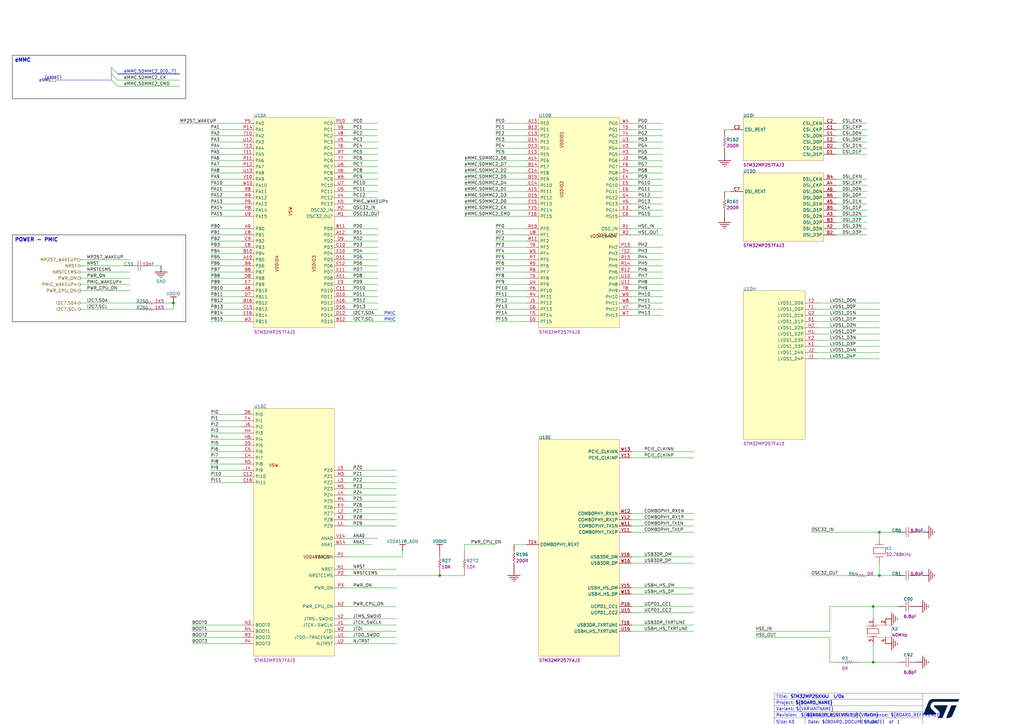
<source format=kicad_sch>
(kicad_sch (version 20250114) (generator "eeschema") (generator_version "9.0")
  (paper "A3")
  (title_block (title "STM32MP25XXAJ  I/Os") (date "Not used") (rev "Not used") (company "STMicroelectronics"))
  (bus_alias "eMMC" (members "SDMMC2_CK" "SDMMC2_CMD" "SDMMC2_D[0..7]"))
  (text "Revision:" (at 318.262 294.2082 0) (effects (font (size 1.27 1.27)) (justify left bottom)))
  (text "${BOARD_DOCUMENT_DATE}" (at 337.058 297.0022 0) (effects (font (size 1.27 1.27)) (justify left bottom)))
  (text "PMIC" (at 157.48 131.9022 0) (effects (font (size 1.27 1.27)) (justify left bottom)))
  (text "PMIC" (at 157.48 129.3622 0) (effects (font (size 1.27 1.27)) (justify left bottom)))
  (text "${#}" (at 361.188 297.0022 0) (effects (font (size 1.27 1.27)) (justify left bottom)))
  (text "Reference:" (at 354.33 294.2082 0) (effects (font (size 1.27 1.27)) (justify left bottom)))
  (text "A3" (at 323.342 297.0022 0) (effects (font (size 1.27 1.27)) (justify left bottom)))
  (text "Size:" (at 318.262 297.0022 0) (effects (font (size 1.27 1.27)) (justify left bottom)))
  (text "Project:" (at 318.262 289.1282 0) (effects (font (size 1.27 1.27)) (justify left bottom)))
  (text "${BOARD_ASSEMBLY_REVISION}" (at 330.962 294.2082 0) (effects (font (size 1.27 1.27)) (justify left bottom)))
  (text "-" (at 330.2 294.2082 0) (effects (font (size 1.27 1.27)) (justify left bottom)))
  (text "${BOARD_REFERENCE}" (at 365.252 294.2082 0) (effects (font (size 1.27 1.27)) (justify left bottom)))
  (text "Sheet:" (at 354.33 297.0022 0) (effects (font (size 1.27 1.27)) (justify left bottom)))
  (text "${BOARD_PCB_REVISION}" (at 328.422 294.2082 0) (effects (font (size 1.27 1.27)) (justify left bottom)))
  (text "Date:" (at 331.216 297.0022 0) (effects (font (size 1.27 1.27)) (justify left bottom)))
  (text "Variant:" (at 318.262 291.6682 0) (effects (font (size 1.27 1.27)) (justify left bottom)))
  (text "${VARIANTNAME}" (at 326.39 291.6682 0) (effects (font (size 1.27 1.27)) (justify left bottom)))
  (text "${TITLE}" (at 324.104 286.5882 0) (effects (font (size 1.27 1.27) (thickness 0.254) (bold yes)) (justify left bottom)))
  (text "of" (at 364.49 297.0022 0) (effects (font (size 1.27 1.27)) (justify left bottom)))
  (text "${BOARD_NAME}" (at 326.136 289.1282 0) (effects (font (size 1.27 1.27) (thickness 0.254) (bold yes)) (justify left bottom)))
  (text "Title:" (at 318.262 286.5882 0) (effects (font (size 1.27 1.27)) (justify left bottom)))
  (text "${##}" (at 367.792 297.0022 0) (effects (font (size 1.27 1.27)) (justify left bottom)))
  (text_box "eMMC\n\n" (at 76.2 22.6822 0) (size -71.12 17.78) (margins 0.9525 0.9525 0.9525 0.9525) (stroke (width 0) (color 0 0 0 1)) (effects (font (size 1.524 1.524) (thickness 0.3048) (bold yes)) (justify left top)))
  (text_box "POWER - PMIC\n\n" (at 76.2 96.3422 0) (size -71.12 35.56) (margins 0.9525 0.9525 0.9525 0.9525) (stroke (width 0) (color 0 0 0 1)) (effects (font (size 1.524 1.524) (thickness 0.3048) (bold yes)) (justify left top)))
  (junction (at 358.14 248.7422))
  (junction (at 358.14 271.6022))
  (junction (at 360.68 218.2622))
  (junction (at 360.68 236.0422))
  (junction (at 180.34 236.0422))
  (junction (at 71.12 124.2822))
  (bus_entry (at 48.26 32.8422) (size -2.54 -2.54))
  (bus_entry (at 48.26 30.3022) (size -2.54 -2.54))
  (bus_entry (at 48.26 35.3822) (size -2.54 -2.54))
  (wire (pts (xy 99.06 170.0022) (xy 86.36 170.0022)))
  (wire (pts (xy 215.9 114.1222) (xy 203.2 114.1222)))
  (wire (pts (xy 99.06 175.0822) (xy 86.36 175.0822)))
  (wire (pts (xy 342.9 83.6422) (xy 355.6 83.6422)))
  (wire (pts (xy 99.06 70.9422) (xy 86.36 70.9422)))
  (wire (pts (xy 142.24 228.4222) (xy 165.1 228.4222)))
  (wire (pts (xy 271.78 50.6222) (xy 259.08 50.6222)))
  (wire (pts (xy 99.06 81.1022) (xy 86.36 81.1022)))
  (wire (pts (xy 215.9 101.4222) (xy 203.2 101.4222)))
  (wire (pts (xy 190.5 225.8822) (xy 190.5 223.3422)))
  (wire (pts (xy 259.08 241.1222) (xy 284.48 241.1222)))
  (wire (pts (xy 342.9 76.0222) (xy 355.6 76.0222)))
  (wire (pts (xy 335.28 124.2822) (xy 360.68 124.2822)))
  (wire (pts (xy 271.78 55.7022) (xy 259.08 55.7022)))
  (wire (pts (xy 154.94 114.1222) (xy 142.24 114.1222)))
  (wire (pts (xy 99.06 258.9022) (xy 78.74 258.9022)))
  (wire (pts (xy 259.08 248.7422) (xy 284.48 248.7422)))
  (wire (pts (xy 162.56 192.8622) (xy 142.24 192.8622)))
  (wire (pts (xy 99.06 195.4022) (xy 86.36 195.4022)))
  (wire (pts (xy 271.78 73.4822) (xy 259.08 73.4822)))
  (wire (pts (xy 99.06 263.9822) (xy 78.74 263.9822)))
  (wire (pts (xy 358.14 236.0422) (xy 360.68 236.0422)))
  (wire (pts (xy 99.06 131.9022) (xy 86.36 131.9022)))
  (wire (pts (xy 33.02 116.6622) (xy 53.34 116.6622)))
  (wire (pts (xy 215.9 65.8622) (xy 190.5 65.8622)))
  (wire (pts (xy 358.14 263.9822) (xy 358.14 271.6022)))
  (wire (pts (xy 340.36 248.7422) (xy 340.36 258.9022)))
  (wire (pts (xy 360.68 218.2622) (xy 360.68 220.8022)))
  (wire (pts (xy 342.9 93.8022) (xy 355.6 93.8022)))
  (wire (pts (xy 215.9 96.3422) (xy 203.2 96.3422)))
  (wire (pts (xy 353.06 271.6022) (xy 358.14 271.6022)))
  (wire (pts (xy 215.9 109.0422) (xy 203.2 109.0422)))
  (wire (pts (xy 162.56 131.9022) (xy 142.24 131.9022)))
  (wire (pts (xy 271.78 60.7822) (xy 259.08 60.7822)))
  (wire (pts (xy 99.06 83.6422) (xy 86.36 83.6422)))
  (wire (pts (xy 154.94 68.4022) (xy 142.24 68.4022)))
  (wire (pts (xy 154.94 96.3422) (xy 142.24 96.3422)))
  (wire (pts (xy 99.06 101.4222) (xy 86.36 101.4222)))
  (wire (pts (xy 48.26 32.8422) (xy 73.66 32.8422)))
  (wire (pts (xy 271.78 103.9622) (xy 259.08 103.9622)))
  (wire (pts (xy 342.9 53.1622) (xy 355.6 53.1622)))
  (wire (pts (xy 215.9 81.1022) (xy 190.5 81.1022)))
  (wire (pts (xy 33.02 124.2822) (xy 55.88 124.2822)))
  (bus (pts (xy 45.72 30.3022) (xy 45.72 27.7622)) (stroke (width 0.508) (color 173 188 231 1)))
  (bus (pts (xy 45.72 32.8422) (xy 45.72 30.3022)) (stroke (width 0.508) (color 173 188 231 1)))
  (wire (pts (xy 259.08 230.9622) (xy 284.48 230.9622)))
  (wire (pts (xy 335.28 144.6022) (xy 360.68 144.6022)))
  (wire (pts (xy 154.94 119.2022) (xy 142.24 119.2022)))
  (wire (pts (xy 162.56 241.1222) (xy 142.24 241.1222)))
  (wire (pts (xy 60.96 109.0422) (xy 66.04 109.0422)))
  (wire (pts (xy 259.08 251.2822) (xy 284.48 251.2822)))
  (wire (pts (xy 342.9 81.1022) (xy 355.6 81.1022)))
  (wire (pts (xy 99.06 129.3622) (xy 86.36 129.3622)))
  (polyline (pts (xy 393.7 284.3022) (xy 317.5 284.3022)) (stroke (width 0.0254) (type solid) (color 0 0 0 1)))
  (wire (pts (xy 342.9 60.7822) (xy 355.6 60.7822)))
  (wire (pts (xy 99.06 187.7822) (xy 86.36 187.7822)))
  (wire (pts (xy 142.24 253.8222) (xy 162.56 253.8222)))
  (wire (pts (xy 360.68 218.2622) (xy 368.3 218.2622)))
  (wire (pts (xy 215.9 76.0222) (xy 190.5 76.0222)))
  (wire (pts (xy 215.9 121.7422) (xy 203.2 121.7422)))
  (polyline (pts (xy 353.06 291.9222) (xy 353.06 297.0022)) (stroke (width 0.0254) (type solid) (color 0 0 0 1)))
  (wire (pts (xy 271.78 124.2822) (xy 259.08 124.2822)))
  (wire (pts (xy 154.94 63.3222) (xy 142.24 63.3222)))
  (wire (pts (xy 215.9 93.8022) (xy 203.2 93.8022)))
  (polyline (pts (xy 378.46 284.3022) (xy 378.46 297.0022)) (stroke (width 0.0254) (type solid) (color 0 0 0 1)))
  (wire (pts (xy 165.1 228.4222) (xy 165.1 225.8822)))
  (wire (pts (xy 360.68 236.0422) (xy 368.3 236.0422)))
  (wire (pts (xy 154.94 109.0422) (xy 142.24 109.0422)))
  (wire (pts (xy 154.94 78.5622) (xy 142.24 78.5622)))
  (wire (pts (xy 368.3 248.7422) (xy 358.14 248.7422)))
  (wire (pts (xy 342.9 50.6222) (xy 355.6 50.6222)))
  (wire (pts (xy 99.06 256.3622) (xy 78.74 256.3622)))
  (wire (pts (xy 215.9 53.1622) (xy 203.2 53.1622)))
  (wire (pts (xy 154.94 50.6222) (xy 142.24 50.6222)))
  (wire (pts (xy 99.06 126.8222) (xy 86.36 126.8222)))
  (wire (pts (xy 154.94 116.6622) (xy 142.24 116.6622)))
  (wire (pts (xy 342.9 73.4822) (xy 355.6 73.4822)))
  (wire (pts (xy 154.94 106.5022) (xy 142.24 106.5022)))
  (wire (pts (xy 215.9 119.2022) (xy 203.2 119.2022)))
  (wire (pts (xy 335.28 129.3622) (xy 360.68 129.3622)))
  (wire (pts (xy 215.9 131.9022) (xy 203.2 131.9022)))
  (wire (pts (xy 375.92 236.0422) (xy 378.46 236.0422)))
  (wire (pts (xy 342.9 78.5622) (xy 355.6 78.5622)))
  (wire (pts (xy 259.08 187.7822) (xy 284.48 187.7822)))
  (wire (pts (xy 271.78 126.8222) (xy 259.08 126.8222)))
  (wire (pts (xy 162.56 248.7422) (xy 142.24 248.7422)))
  (wire (pts (xy 99.06 116.6622) (xy 86.36 116.6622)))
  (wire (pts (xy 142.24 88.7222) (xy 154.94 88.7222)))
  (wire (pts (xy 335.28 126.8222) (xy 360.68 126.8222)))
  (wire (pts (xy 259.08 93.8022) (xy 271.78 93.8022)))
  (wire (pts (xy 271.78 81.1022) (xy 259.08 81.1022)))
  (wire (pts (xy 215.9 50.6222) (xy 203.2 50.6222)))
  (wire (pts (xy 33.02 109.0422) (xy 53.34 109.0422)))
  (wire (pts (xy 271.78 68.4022) (xy 259.08 68.4022)))
  (wire (pts (xy 215.9 60.7822) (xy 203.2 60.7822)))
  (wire (pts (xy 99.06 98.8822) (xy 86.36 98.8822)))
  (wire (pts (xy 99.06 180.1622) (xy 86.36 180.1622)))
  (wire (pts (xy 215.9 86.1822) (xy 190.5 86.1822)))
  (wire (pts (xy 154.94 126.8222) (xy 142.24 126.8222)))
  (wire (pts (xy 142.24 263.9822) (xy 162.56 263.9822)))
  (wire (pts (xy 99.06 53.1622) (xy 86.36 53.1622)))
  (wire (pts (xy 335.28 139.5222) (xy 360.68 139.5222)))
  (wire (pts (xy 335.28 131.9022) (xy 360.68 131.9022)))
  (wire (pts (xy 259.08 210.6422) (xy 284.48 210.6422)))
  (wire (pts (xy 259.08 218.2622) (xy 284.48 218.2622)))
  (wire (pts (xy 99.06 50.6222) (xy 73.66 50.6222)))
  (wire (pts (xy 271.78 53.1622) (xy 259.08 53.1622)))
  (wire (pts (xy 215.9 68.4022) (xy 190.5 68.4022)))
  (wire (pts (xy 271.78 76.0222) (xy 259.08 76.0222)))
  (wire (pts (xy 215.9 88.7222) (xy 190.5 88.7222)))
  (wire (pts (xy 215.9 58.2422) (xy 203.2 58.2422)))
  (wire (pts (xy 99.06 96.3422) (xy 86.36 96.3422)))
  (wire (pts (xy 99.06 68.4022) (xy 86.36 68.4022)))
  (wire (pts (xy 99.06 119.2022) (xy 86.36 119.2022)))
  (wire (pts (xy 99.06 182.7022) (xy 86.36 182.7022)))
  (wire (pts (xy 142.24 236.0422) (xy 180.34 236.0422)))
  (wire (pts (xy 99.06 172.5422) (xy 86.36 172.5422)))
  (wire (pts (xy 99.06 86.1822) (xy 86.36 86.1822)))
  (wire (pts (xy 332.74 218.2622) (xy 360.68 218.2622)))
  (wire (pts (xy 259.08 243.6622) (xy 284.48 243.6622)))
  (wire (pts (xy 162.56 205.5622) (xy 142.24 205.5622)))
  (wire (pts (xy 99.06 111.5822) (xy 86.36 111.5822)))
  (wire (pts (xy 99.06 78.5622) (xy 86.36 78.5622)))
  (wire (pts (xy 154.94 111.5822) (xy 142.24 111.5822)))
  (wire (pts (xy 271.78 119.2022) (xy 259.08 119.2022)))
  (polyline (pts (xy 317.5 289.3822) (xy 378.46 289.3822)) (stroke (width 0.0254) (type solid) (color 0 0 0 1)))
  (wire (pts (xy 48.26 35.3822) (xy 73.66 35.3822)))
  (wire (pts (xy 154.94 121.7422) (xy 142.24 121.7422)))
  (wire (pts (xy 154.94 73.4822) (xy 142.24 73.4822)))
  (wire (pts (xy 375.92 218.2622) (xy 378.46 218.2622)))
  (wire (pts (xy 33.02 114.1222) (xy 53.34 114.1222)))
  (wire (pts (xy 154.94 55.7022) (xy 142.24 55.7022)))
  (wire (pts (xy 99.06 121.7422) (xy 86.36 121.7422)))
  (wire (pts (xy 271.78 109.0422) (xy 259.08 109.0422)))
  (wire (pts (xy 299.72 53.1622) (xy 297.18 53.1622)))
  (wire (pts (xy 215.9 70.9422) (xy 190.5 70.9422)))
  (wire (pts (xy 342.9 58.2422) (xy 355.6 58.2422)))
  (wire (pts (xy 215.9 106.5022) (xy 203.2 106.5022)))
  (wire (pts (xy 342.9 96.3422) (xy 355.6 96.3422)))
  (wire (pts (xy 99.06 60.7822) (xy 86.36 60.7822)))
  (wire (pts (xy 271.78 106.5022) (xy 259.08 106.5022)))
  (wire (pts (xy 154.94 98.8822) (xy 142.24 98.8822)))
  (wire (pts (xy 99.06 93.8022) (xy 86.36 93.8022)))
  (wire (pts (xy 154.94 103.9622) (xy 142.24 103.9622)))
  (wire (pts (xy 33.02 126.8222) (xy 55.88 126.8222)))
  (wire (pts (xy 154.94 53.1622) (xy 142.24 53.1622)))
  (wire (pts (xy 271.78 129.3622) (xy 259.08 129.3622)))
  (wire (pts (xy 271.78 65.8622) (xy 259.08 65.8622)))
  (wire (pts (xy 340.36 258.9022) (xy 309.88 258.9022)))
  (polyline (pts (xy 330.2 294.4622) (xy 330.2 297.0022)) (stroke (width 0.0254) (type solid) (color 0 0 0 1)))
  (wire (pts (xy 215.9 116.6622) (xy 203.2 116.6622)))
  (wire (pts (xy 271.78 116.6622) (xy 259.08 116.6622)))
  (wire (pts (xy 271.78 111.5822) (xy 259.08 111.5822)))
  (wire (pts (xy 162.56 195.4022) (xy 142.24 195.4022)))
  (wire (pts (xy 99.06 65.8622) (xy 86.36 65.8622)))
  (wire (pts (xy 271.78 101.4222) (xy 259.08 101.4222)))
  (polyline (pts (xy 317.5 291.9222) (xy 378.46 291.9222)) (stroke (width 0.0254) (type solid) (color 0 0 0 1)))
  (polyline (pts (xy 317.5 294.4622) (xy 378.46 294.4622)) (stroke (width 0.0254) (type solid) (color 0 0 0 1)))
  (wire (pts (xy 142.24 223.3422) (xy 152.4 223.3422)))
  (wire (pts (xy 162.56 210.6422) (xy 142.24 210.6422)))
  (wire (pts (xy 99.06 103.9622) (xy 86.36 103.9622)))
  (wire (pts (xy 215.9 103.9622) (xy 203.2 103.9622)))
  (wire (pts (xy 162.56 200.4822) (xy 142.24 200.4822)))
  (wire (pts (xy 154.94 65.8622) (xy 142.24 65.8622)))
  (wire (pts (xy 142.24 261.4422) (xy 162.56 261.4422)))
  (wire (pts (xy 342.9 55.7022) (xy 355.6 55.7022)))
  (wire (pts (xy 154.94 70.9422) (xy 142.24 70.9422)))
  (wire (pts (xy 340.36 261.4422) (xy 309.88 261.4422)))
  (wire (pts (xy 33.02 111.5822) (xy 53.34 111.5822)))
  (wire (pts (xy 271.78 114.1222) (xy 259.08 114.1222)))
  (wire (pts (xy 332.74 236.0422) (xy 347.98 236.0422)))
  (wire (pts (xy 162.56 129.3622) (xy 142.24 129.3622)))
  (wire (pts (xy 259.08 215.7222) (xy 284.48 215.7222)))
  (wire (pts (xy 99.06 197.9422) (xy 86.36 197.9422)))
  (wire (pts (xy 99.06 55.7022) (xy 86.36 55.7022)))
  (wire (pts (xy 210.82 223.3422) (xy 215.9 223.3422)))
  (wire (pts (xy 99.06 88.7222) (xy 86.36 88.7222)))
  (wire (pts (xy 33.02 106.5022) (xy 53.34 106.5022)))
  (wire (pts (xy 342.9 271.6022) (xy 340.36 271.6022)))
  (wire (pts (xy 358.14 271.6022) (xy 368.3 271.6022)))
  (wire (pts (xy 299.72 78.5622) (xy 297.18 78.5622)))
  (wire (pts (xy 271.78 58.2422) (xy 259.08 58.2422)))
  (wire (pts (xy 335.28 142.0622) (xy 360.68 142.0622)))
  (wire (pts (xy 142.24 256.3622) (xy 162.56 256.3622)))
  (wire (pts (xy 335.28 134.4422) (xy 360.68 134.4422)))
  (wire (pts (xy 259.08 228.4222) (xy 284.48 228.4222)))
  (wire (pts (xy 271.78 83.6422) (xy 259.08 83.6422)))
  (wire (pts (xy 162.56 213.1822) (xy 142.24 213.1822)))
  (wire (pts (xy 342.9 88.7222) (xy 355.6 88.7222)))
  (wire (pts (xy 271.78 63.3222) (xy 259.08 63.3222)))
  (bus (pts (xy 48.26 30.3022) (xy 73.66 30.3022)) (stroke (width 0.254)))
  (wire (pts (xy 162.56 203.0222) (xy 142.24 203.0222)))
  (wire (pts (xy 271.78 70.9422) (xy 259.08 70.9422)))
  (wire (pts (xy 99.06 76.0222) (xy 86.36 76.0222)))
  (wire (pts (xy 99.06 124.2822) (xy 86.36 124.2822)))
  (wire (pts (xy 99.06 63.3222) (xy 86.36 63.3222)))
  (wire (pts (xy 99.06 73.4822) (xy 86.36 73.4822)))
  (wire (pts (xy 99.06 106.5022) (xy 86.36 106.5022)))
  (wire (pts (xy 259.08 213.1822) (xy 284.48 213.1822)))
  (wire (pts (xy 99.06 58.2422) (xy 86.36 58.2422)))
  (wire (pts (xy 358.14 248.7422) (xy 340.36 248.7422)))
  (wire (pts (xy 99.06 185.2422) (xy 86.36 185.2422)))
  (wire (pts (xy 259.08 96.3422) (xy 271.78 96.3422)))
  (wire (pts (xy 215.9 111.5822) (xy 203.2 111.5822)))
  (wire (pts (xy 271.78 78.5622) (xy 259.08 78.5622)))
  (wire (pts (xy 162.56 215.7222) (xy 142.24 215.7222)))
  (wire (pts (xy 215.9 73.4822) (xy 190.5 73.4822)))
  (wire (pts (xy 360.68 230.9622) (xy 360.68 236.0422)))
  (wire (pts (xy 162.56 208.1022) (xy 142.24 208.1022)))
  (wire (pts (xy 142.24 258.9022) (xy 162.56 258.9022)))
  (wire (pts (xy 215.9 78.5622) (xy 190.5 78.5622)))
  (wire (pts (xy 215.9 124.2822) (xy 203.2 124.2822)))
  (wire (pts (xy 215.9 63.3222) (xy 203.2 63.3222)))
  (wire (pts (xy 342.9 91.2622) (xy 355.6 91.2622)))
  (wire (pts (xy 259.08 256.3622) (xy 284.48 256.3622)))
  (wire (pts (xy 99.06 192.8622) (xy 86.36 192.8622)))
  (wire (pts (xy 190.5 223.3422) (xy 203.2 223.3422)))
  (wire (pts (xy 142.24 220.8022) (xy 154.94 220.8022)))
  (wire (pts (xy 154.94 76.0222) (xy 142.24 76.0222)))
  (wire (pts (xy 271.78 121.7422) (xy 259.08 121.7422)))
  (wire (pts (xy 154.94 83.6422) (xy 142.24 83.6422)))
  (wire (pts (xy 154.94 58.2422) (xy 142.24 58.2422)))
  (wire (pts (xy 215.9 126.8222) (xy 203.2 126.8222)))
  (wire (pts (xy 99.06 190.3222) (xy 86.36 190.3222)))
  (wire (pts (xy 180.34 236.0422) (xy 190.5 236.0422)))
  (wire (pts (xy 71.12 126.8222) (xy 71.12 124.2822)))
  (wire (pts (xy 99.06 177.6222) (xy 86.36 177.6222)))
  (wire (pts (xy 259.08 258.9022) (xy 284.48 258.9022)))
  (wire (pts (xy 154.94 124.2822) (xy 142.24 124.2822)))
  (wire (pts (xy 215.9 98.8822) (xy 203.2 98.8822)))
  (polyline (pts (xy 378.46 286.8422) (xy 317.5 286.8422)) (stroke (width 0.0254) (type solid) (color 0 0 0 1)))
  (wire (pts (xy 340.36 271.6022) (xy 340.36 261.4422)))
  (wire (pts (xy 99.06 114.1222) (xy 86.36 114.1222)))
  (wire (pts (xy 162.56 233.5022) (xy 142.24 233.5022)))
  (wire (pts (xy 142.24 86.1822) (xy 154.94 86.1822)))
  (wire (pts (xy 154.94 60.7822) (xy 142.24 60.7822)))
  (wire (pts (xy 271.78 86.1822) (xy 259.08 86.1822)))
  (wire (pts (xy 162.56 197.9422) (xy 142.24 197.9422)))
  (wire (pts (xy 99.06 261.4422) (xy 78.74 261.4422)))
  (wire (pts (xy 271.78 88.7222) (xy 259.08 88.7222)))
  (bus (pts (xy 22.86 32.8422) (xy 45.72 32.8422)) (stroke (width 0.508) (color 173 188 231 1)))
  (wire (pts (xy 154.94 81.1022) (xy 142.24 81.1022)))
  (wire (pts (xy 66.04 126.8222) (xy 71.12 126.8222)))
  (wire (pts (xy 71.12 124.2822) (xy 66.04 124.2822)))
  (wire (pts (xy 154.94 101.4222) (xy 142.24 101.4222)))
  (wire (pts (xy 154.94 93.8022) (xy 142.24 93.8022)))
  (polyline (pts (xy 317.5 284.3022) (xy 317.5 297.0022)) (stroke (width 0.0254) (type solid) (color 0 0 0 1)))
  (wire (pts (xy 215.9 55.7022) (xy 203.2 55.7022)))
  (wire (pts (xy 358.14 253.8222) (xy 358.14 248.7422)))
  (wire (pts (xy 342.9 63.3222) (xy 355.6 63.3222)))
  (wire (pts (xy 215.9 83.6422) (xy 190.5 83.6422)))
  (wire (pts (xy 99.06 109.0422) (xy 86.36 109.0422)))
  (wire (pts (xy 215.9 129.3622) (xy 203.2 129.3622)))
  (wire (pts (xy 335.28 136.9822) (xy 360.68 136.9822)))
  (wire (pts (xy 335.28 147.1422) (xy 360.68 147.1422)))
  (wire (pts (xy 259.08 185.2422) (xy 284.48 185.2422)))
  (wire (pts (xy 342.9 86.1822) (xy 355.6 86.1822)))
  (wire (pts (xy 53.34 119.2022) (xy 33.02 119.2022)))
  (image (at 386.042 290.6347) (scale 0.0686606))
  (label "eMMC.SDMMC2_D5" (at 190.5 73.4822 0))
  (label "PA14" (at 86.36 86.1822 0))
  (label "PH10" (at 261.62 121.7422 0))
  (label "PD2" (at 144.78 98.8822 0))
  (label "PB13" (at 86.36 126.8222 0))
  (label "PH5" (at 261.62 109.0422 0))
  (label "PG14" (at 261.62 86.1822 0))
  (label "UCPD1_CC1" (at 264.16 248.7422 0))
  (label "PF8" (at 203.2 114.1222 0))
  (label "USB3DR_TXRTUNE" (at 264.16 256.3622 0))
  (label "PB10" (at 86.36 119.2022 0))
  (label "eMMC.SDMMC2_CK" (at 50.8 32.8422 0))
  (label "PC4" (at 144.78 60.7822 0))
  (label "PE4" (at 203.2 60.7822 0))
  (label "PA3" (at 86.36 58.2422 0))
  (label "eMMC.SDMMC2_CK" (at 190.5 86.1822 0))
  (label "PZ0" (at 144.78 192.8622 0))
  (label "PA15" (at 86.36 88.7222 0))
  (label "PZ6" (at 144.78 208.1022 0))
  (label "PG9" (at 261.62 73.4822 0))
  (label "eMMC.SDMMC2_D6" (at 190.5 65.8622 0))
  (label "{eMMC}" (at 25.4 32.8422 180))
  (label "PA2" (at 86.36 55.7022 0))
  (label "PF5" (at 203.2 106.5022 0))
  (label "I2C7.SCL" (at 144.78 131.9022 0))
  (label "USB3DR_DM" (at 264.16 228.4222 0))
  (label "PB3" (at 86.36 101.4222 0))
  (label "PG0" (at 261.62 50.6222 0))
  (label "PCIE_CLKINP" (at 264.16 187.7822 0))
  (label "PC10" (at 144.78 76.0222 0))
  (label "PC12" (at 144.78 81.1022 0))
  (label "PB1" (at 86.36 96.3422 0))
  (label "JTDO_SWDO" (at 144.78 261.4422 0))
  (label "PG5" (at 261.62 63.3222 0))
  (label "DSI_CKP" (at 345.44 76.0222 0))
  (label "USBH_HS_DM" (at 264.16 241.1222 0))
  (label "LVDS1_D1N" (at 340.36 129.3622 0))
  (label "PG11" (at 261.62 78.5622 0))
  (label "PC0" (at 144.78 50.6222 0))
  (label "eMMC.SDMMC2_D2" (at 190.5 70.9422 0))
  (label "PD11" (at 144.78 121.7422 0))
  (label "PB4" (at 86.36 103.9622 0))
  (label "PB7" (at 86.36 111.5822 0))
  (label "MP257_WAKEUP" (at 73.66 50.6222 0))
  (label "ANA1" (at 144.78 223.3422 0))
  (label "LVDS1_D2N" (at 340.36 134.4422 0))
  (label "I2C7.SDA" (at 144.78 129.3622 0))
  (label "PZ9" (at 144.78 215.7222 0))
  (label "PF6" (at 203.2 109.0422 0))
  (label "PI2" (at 86.36 175.0822 0))
  (label "USB3DR_DP" (at 264.16 230.9622 0))
  (label "PZ8" (at 144.78 213.1822 0))
  (label "PG2" (at 261.62 55.7022 0))
  (label "eMMC.SDMMC2_CMD" (at 50.8 35.3822 0))
  (label "PI7" (at 86.36 187.7822 0))
  (label "PD1" (at 144.78 96.3422 0))
  (label "PE0" (at 203.2 50.6222 0))
  (label "PWR_ON" (at 144.78 241.1222 0))
  (label "PC5" (at 144.78 63.3222 0))
  (label "MP257_WAKEUP" (at 35.56 106.5022 0))
  (label "DSI_D3N" (at 345.44 93.8022 0))
  (label "PC2" (at 144.78 55.7022 0))
  (label "PD7" (at 144.78 111.5822 0))
  (label "DSI_CKN" (at 345.44 73.4822 0))
  (label "PI8" (at 86.36 190.3222 0))
  (label "PA1" (at 86.36 53.1622 0))
  (label "PA11" (at 86.36 78.5622 0))
  (label "COMBOPHY_RX1N" (at 264.16 210.6422 0))
  (label "PD3" (at 144.78 101.4222 0))
  (label "PWR_CPU_ON" (at 193.04 223.3422 0))
  (label "PB11" (at 86.36 121.7422 0))
  (label "eMMC.SDMMC2_D[0..7]" (at 50.8 30.3022 0))
  (label "HSE_IN" (at 261.62 93.8022 0))
  (label "HSE_OUT" (at 261.62 96.3422 0))
  (label "PH13" (at 261.62 129.3622 0))
  (label "LVDS1_D3N" (at 340.36 139.5222 0))
  (label "PZ2" (at 144.78 197.9422 0))
  (label "BOOT1" (at 78.74 258.9022 0))
  (label "LVDS1_D2P" (at 340.36 136.9822 0))
  (label "OSC32_OUT" (at 332.74 236.0422 0))
  (label "PG10" (at 261.62 76.0222 0))
  (label "PG7" (at 261.62 68.4022 0))
  (label "LVDS1_D0P" (at 340.36 126.8222 0))
  (label "PH4" (at 261.62 106.5022 0))
  (label "PC11" (at 144.78 78.5622 0))
  (label "PG3" (at 261.62 58.2422 0))
  (label "PG15" (at 261.62 88.7222 0))
  (label "PI0" (at 86.36 170.0022 0))
  (label "PI3" (at 86.36 177.6222 0))
  (label "PG4" (at 261.62 60.7822 0))
  (label "LVDS1_D3P" (at 340.36 142.0622 0))
  (label "PH11" (at 261.62 124.2822 0))
  (label "PD8" (at 144.78 114.1222 0))
  (label "I2C7.SDA" (at 35.56 124.2822 0))
  (label "PF0" (at 203.2 93.8022 0))
  (label "NJTRST" (at 144.78 263.9822 0))
  (label "DSI_D2P" (at 345.44 91.2622 0))
  (label "LVDS1_D1P" (at 340.36 131.9022 0))
  (label "PC3" (at 144.78 58.2422 0))
  (label "PZ7" (at 144.78 210.6422 0))
  (label "PI11" (at 86.36 197.9422 0))
  (label "eMMC.SDMMC2_D3" (at 190.5 81.1022 0))
  (label "PF1" (at 203.2 96.3422 0))
  (label "PF12" (at 203.2 124.2822 0))
  (label "DSI_D0P" (at 345.44 81.1022 0))
  (label "PE5" (at 203.2 63.3222 0))
  (label "PB2" (at 86.36 98.8822 0))
  (label "PMIC_WAKEUPn" (at 35.56 116.6622 0))
  (label "JTMS_SWDIO" (at 144.78 253.8222 0))
  (label "PF10" (at 203.2 119.2022 0))
  (label "CSI_CKN" (at 345.44 50.6222 0))
  (label "PC8" (at 144.78 70.9422 0))
  (label "PB0" (at 86.36 93.8022 0))
  (label "PWR_CPU_ON" (at 35.56 119.2022 0))
  (label "OSC32_IN" (at 332.74 218.2622 0))
  (label "PH6" (at 261.62 111.5822 0))
  (label "OSC32_IN" (at 144.78 86.1822 0))
  (label "ANA0" (at 144.78 220.8022 0))
  (label "DSI_D1N" (at 345.44 83.6422 0))
  (label "PG12" (at 261.62 81.1022 0))
  (label "PB12" (at 86.36 124.2822 0))
  (label "LVDS1_D4N" (at 340.36 144.6022 0))
  (label "PD0" (at 144.78 93.8022 0))
  (label "PF15" (at 203.2 131.9022 0))
  (label "USBH_HS_DP" (at 264.16 243.6622 0))
  (label "PMIC_WAKEUPn" (at 144.78 83.6422 0))
  (label "PA6" (at 86.36 65.8622 0))
  (label "PB8" (at 86.36 114.1222 0))
  (label "BOOT2" (at 78.74 261.4422 0))
  (label "PI6" (at 86.36 185.2422 0))
  (label "PB15" (at 86.36 131.9022 0))
  (label "eMMC.SDMMC2_D7" (at 190.5 68.4022 0))
  (label "eMMC.SDMMC2_CMD" (at 190.5 88.7222 0))
  (label "PI1" (at 86.36 172.5422 0))
  (label "COMBOPHY_RX1P" (at 264.16 213.1822 0))
  (label "PA4" (at 86.36 60.7822 0))
  (label "USBH_HS_TXRTUNE" (at 264.16 258.9022 0))
  (label "PD12" (at 144.78 124.2822 0))
  (label "DSI_D2N" (at 345.44 88.7222 0))
  (label "COMBOPHY_TX1N" (at 264.16 215.7222 0))
  (label "PF11" (at 203.2 121.7422 0))
  (label "NRSTC1MS" (at 144.78 236.0422 0))
  (label "PZ4" (at 144.78 203.0222 0))
  (label "PD9" (at 144.78 116.6622 0))
  (label "PA10" (at 86.36 76.0222 0))
  (label "PB5" (at 86.36 106.5022 0))
  (label "CSI_D1P" (at 345.44 63.3222 0))
  (label "PF14" (at 203.2 129.3622 0))
  (label "JTDI" (at 144.78 258.9022 0))
  (label "PH2" (at 261.62 101.4222 0))
  (label "PH9" (at 261.62 119.2022 0))
  (label "CSI_CKP" (at 345.44 53.1622 0))
  (label "PZ1" (at 144.78 195.4022 0))
  (label "PG13" (at 261.62 83.6422 0))
  (label "PC9" (at 144.78 73.4822 0))
  (label "PF7" (at 203.2 111.5822 0))
  (label "PC1" (at 144.78 53.1622 0))
  (label "eMMC.SDMMC2_D1" (at 190.5 78.5622 0))
  (label "eMMC.SDMMC2_D0" (at 190.5 83.6422 0))
  (label "PA7" (at 86.36 68.4022 0))
  (label "PG1" (at 261.62 53.1622 0))
  (label "PF2" (at 203.2 98.8822 0))
  (label "LVDS1_D4P" (at 340.36 147.1422 0))
  (label "PC6" (at 144.78 65.8622 0))
  (label "PB6" (at 86.36 109.0422 0))
  (label "PI10" (at 86.36 195.4022 0))
  (label "BOOT0" (at 78.74 256.3622 0))
  (label "OSC32_OUT" (at 144.78 88.7222 0))
  (label "PB9" (at 86.36 116.6622 0))
  (label "PA13" (at 86.36 83.6422 0))
  (label "PI4" (at 86.36 180.1622 0))
  (label "PZ5" (at 144.78 205.5622 0))
  (label "PCIE_CLKINN" (at 264.16 185.2422 0))
  (label "NRST" (at 144.78 233.5022 0))
  (label "DSI_D1P" (at 345.44 86.1822 0))
  (label "CSI_D1N" (at 345.44 60.7822 0))
  (label "PG8" (at 261.62 70.9422 0))
  (label "PWR_ON" (at 35.56 114.1222 0))
  (label "PA8" (at 86.36 70.9422 0))
  (label "PF13" (at 203.2 126.8222 0))
  (label "PA9" (at 86.36 73.4822 0))
  (label "CSI_D0N" (at 345.44 55.7022 0))
  (label "PG6" (at 261.62 65.8622 0))
  (label "I2C7.SCL" (at 35.56 126.8222 0))
  (label "PD13" (at 144.78 126.8222 0))
  (label "PC7" (at 144.78 68.4022 0))
  (label "PH3" (at 261.62 103.9622 0))
  (label "PD6" (at 144.78 109.0422 0))
  (label "PD4" (at 144.78 103.9622 0))
  (label "PF3" (at 203.2 101.4222 0))
  (label "PE2" (at 203.2 55.7022 0))
  (label "PWR_CPU_ON" (at 144.78 248.7422 0))
  (label "PD5" (at 144.78 106.5022 0))
  (label "eMMC.SDMMC2_D4" (at 190.5 76.0222 0))
  (label "PZ3" (at 144.78 200.4822 0))
  (label "PA12" (at 86.36 81.1022 0))
  (label "HSE_OUT" (at 309.88 261.4422 0))
  (label "PE1" (at 203.2 53.1622 0))
  (label "PA5" (at 86.36 63.3222 0))
  (label "CSI_D0P" (at 345.44 58.2422 0))
  (label "DSI_D3P" (at 345.44 96.3422 0))
  (label "NRST" (at 35.56 109.0422 0))
  (label "PE3" (at 203.2 58.2422 0))
  (label "PF4" (at 203.2 103.9622 0))
  (label "UCPD1_CC2" (at 264.16 251.2822 0))
  (label "PI9" (at 86.36 192.8622 0))
  (label "PB14" (at 86.36 129.3622 0))
  (label "HSE_IN" (at 309.88 258.9022 0))
  (label "PH8" (at 261.62 116.6622 0))
  (label "PD10" (at 144.78 119.2022 0))
  (label "JTCK_SWCLK" (at 144.78 256.3622 0))
  (label "DSI_D0N" (at 345.44 78.5622 0))
  (label "PH12" (at 261.62 126.8222 0))
  (label "PH7" (at 261.62 114.1222 0))
  (label "PF9" (at 203.2 116.6622 0))
  (label "LVDS1_D0N" (at 340.36 124.2822 0))
  (label "NRSTC1MS" (at 35.56 111.5822 0))
  (label "COMBOPHY_TX1P" (at 264.16 218.2622 0))
  (label "PI5" (at 86.36 182.7022 0))
  (label "BOOT3" (at 78.74 263.9822 0))
  (hierarchical_label "I2C7.SCL" (shape output) (at 33.02 126.8222 180))
  (hierarchical_label "I2C7.SDA" (shape bidirectional) (at 33.02 124.2822 180))
  (hierarchical_label "PWR_CPU_ON" (shape output) (at 33.02 119.2022 180))
  (hierarchical_label "NRST" (shape bidirectional) (at 33.02 109.0422 180))
  (hierarchical_label "NRSTC1MS" (shape bidirectional) (at 33.02 111.5822 180))
  (hierarchical_label "PWR_ON" (shape output) (at 33.02 114.1222 180))
  (hierarchical_label "eMMC" (shape passive) (at 22.86 32.8422 180))
  (hierarchical_label "MP257_WAKEUP" (shape input) (at 33.02 106.5022 180))
  (hierarchical_label "PMIC_WAKEUPn" (shape output) (at 33.02 116.6622 180))
  (symbol (lib_id "MCD_PARTS_database:U_STM32MP25XXAJ I_Os_0_IC_STM32MP257FAJ3_MCD_PARTS_database.DbLib_0") (at 304.8 48.0822 0) (unit 9)
    (property "Reference" "U10" (at 304.8 48.0822 0) (effects (justify left bottom)))
    (property "Value" "IC_STM32MP257FAJ3" (effects (hide yes)))
    (property "Footprint" "ICC_TFBGA361_16X16_P080" (effects (hide yes)))
    (property "Description" "MPU, Dual Core ARM cortex-A35 64-bit + M33 32-bit,  808KB SRAM, With Crypto" (effects (hide yes)))
    (property "INTERNAL_PART_NUMBER" "MCD-04441" (effects (hide yes)))
    (property "ALTIUM_VALUE" "STM32MP257FAJ3" (at 304.8 68.4022 0) (effects (justify left bottom)))
    (property "STATUS" "Checked" (effects (hide yes)))
    (property "PART_TYPE" "IC" (effects (hide yes)))
    (property "PART_PREFERENCE" "Recommended" (effects (hide yes)))
    (property "MANUFACTURER" "STMICROELECTRONICS" (effects (hide yes)))
    (property "MANUFACTURER_PART_NUMBER" "STM32MP257FAJ3" (effects (hide yes)))
    (property "PACKAGE" "TFBGA361" (effects (hide yes)))
    (property "COMPONENTLINK1URL" "http://tunmcdsvn.tun.st.com/Component_Documentation_Library/Trunk/IC/STMICROELECTRONICS_STM32MP257FAJ3" (effects (hide yes)))
    (property "ORDER_CODE_DIGIKEY" "N/A" (effects (hide yes)))
    (property "ORDER_CODE_FARNELL" "N/A" (effects (hide yes)))
    (property "ORDER_CODE_RS" "N/A" (effects (hide yes)))
    (property "SHOWFIELDS" "YES" (effects (hide yes)))
    (property "ID" "6557" (effects (hide yes)))
  )
  (symbol (lib_id "MCD_PARTS_database:U_STM32MP25XXAJ I_Os_0_IC_STM32MP257FAJ3_MCD_PARTS_database.DbLib_0") (at 220.98 180.1622 0) (unit 5)
    (property "Reference" "U10" (at 220.98 180.1622 0) (effects (justify left bottom)))
    (property "Value" "IC_STM32MP257FAJ3" (effects (hide yes)))
    (property "Footprint" "ICC_TFBGA361_16X16_P080" (effects (hide yes)))
    (property "Description" "MPU, Dual Core ARM cortex-A35 64-bit + M33 32-bit,  808KB SRAM, With Crypto" (effects (hide yes)))
    (property "INTERNAL_PART_NUMBER" "MCD-04441" (effects (hide yes)))
    (property "ALTIUM_VALUE" "STM32MP257FAJ3" (at 220.98 271.6022 0) (effects (justify left bottom)))
    (property "STATUS" "Checked" (effects (hide yes)))
    (property "PART_TYPE" "IC" (effects (hide yes)))
    (property "PART_PREFERENCE" "Recommended" (effects (hide yes)))
    (property "MANUFACTURER" "STMICROELECTRONICS" (effects (hide yes)))
    (property "MANUFACTURER_PART_NUMBER" "STM32MP257FAJ3" (effects (hide yes)))
    (property "PACKAGE" "TFBGA361" (effects (hide yes)))
    (property "COMPONENTLINK1URL" "http://tunmcdsvn.tun.st.com/Component_Documentation_Library/Trunk/IC/STMICROELECTRONICS_STM32MP257FAJ3" (effects (hide yes)))
    (property "ORDER_CODE_DIGIKEY" "N/A" (effects (hide yes)))
    (property "ORDER_CODE_FARNELL" "N/A" (effects (hide yes)))
    (property "ORDER_CODE_RS" "N/A" (effects (hide yes)))
    (property "SHOWFIELDS" "YES" (effects (hide yes)))
    (property "ID" "6557" (effects (hide yes)))
  )
  (symbol (lib_id "STM32MP25XXAJ_DDR4-altium-import:GND_POWER_GROUND") (at 297.18 88.7222 0) (unit 1)
    (property "Reference" "#PWR?" (effects (hide yes)))
    (property "Value" "GND" (effects (hide yes)))
  )
  (symbol (lib_id "MCD_PARTS_database:U_STM32MP25XXAJ I_Os_0_IC_STM32MP257FAJ3_MCD_PARTS_database.DbLib_0") (at 304.8 70.9422 0) (unit 4)
    (property "Reference" "U10" (at 304.8 70.9422 0) (effects (justify left bottom)))
    (property "Value" "IC_STM32MP257FAJ3" (effects (hide yes)))
    (property "Footprint" "ICC_TFBGA361_16X16_P080" (effects (hide yes)))
    (property "Description" "MPU, Dual Core ARM cortex-A35 64-bit + M33 32-bit,  808KB SRAM, With Crypto" (effects (hide yes)))
    (property "INTERNAL_PART_NUMBER" "MCD-04441" (effects (hide yes)))
    (property "ALTIUM_VALUE" "STM32MP257FAJ3" (at 304.8 101.4222 0) (effects (justify left bottom)))
    (property "STATUS" "Checked" (effects (hide yes)))
    (property "PART_TYPE" "IC" (effects (hide yes)))
    (property "PART_PREFERENCE" "Recommended" (effects (hide yes)))
    (property "MANUFACTURER" "STMICROELECTRONICS" (effects (hide yes)))
    (property "MANUFACTURER_PART_NUMBER" "STM32MP257FAJ3" (effects (hide yes)))
    (property "PACKAGE" "TFBGA361" (effects (hide yes)))
    (property "COMPONENTLINK1URL" "http://tunmcdsvn.tun.st.com/Component_Documentation_Library/Trunk/IC/STMICROELECTRONICS_STM32MP257FAJ3" (effects (hide yes)))
    (property "ORDER_CODE_DIGIKEY" "N/A" (effects (hide yes)))
    (property "ORDER_CODE_FARNELL" "N/A" (effects (hide yes)))
    (property "ORDER_CODE_RS" "N/A" (effects (hide yes)))
    (property "SHOWFIELDS" "YES" (effects (hide yes)))
    (property "ID" "6557" (effects (hide yes)))
  )
  (symbol (lib_id "STM32MP25XXAJ_DDR4-altium-import:GND_POWER_GROUND") (at 66.04 109.0422 0) (unit 1)
    (property "Reference" "#PWR?" (effects (hide yes)))
    (property "Value" "GND" (at 66.04 115.3922 0))
  )
  (symbol (lib_id "STM32MP25XXAJ_DDR4-altium-import:GND_POWER_GROUND") (at 363.22 263.9822 90) (unit 1)
    (property "Reference" "#PWR?" (effects (hide yes)))
    (property "Value" "GND" (effects (hide yes)))
  )
  (symbol (lib_id "MCD_PARTS_database:U_STM32MP25XXAJ I_Os_2_Capacitor_MCD_PARTS_database.DbLib") (at 58.42 111.5822 0) (unit 1)
    (property "Reference" "C33" (at 50.8 109.0422 0) (effects (justify left bottom)))
    (property "Value" "Capacitor" (effects (hide yes)))
    (property "Footprint" "C0402" (effects (hide yes)))
    (property "Description" "Capacitor, MLCC, 10nF, 16V, X7R, 10%, 0402, T=0.5mm" (effects (hide yes)))
    (property "INTERNAL_PART_NUMBER" "MCD-00011" (effects (hide yes)))
    (property "ALTIUM_VALUE" "10nF" (at 58.42 109.0422 0) (effects (justify left bottom)))
    (property "STATUS" "Released" (effects (hide yes)))
    (property "PART_TYPE" "Capacitor" (effects (hide yes)))
    (property "MANUFACTURER_PART_NUMBER" "CC0402KRX7R7BB103" (effects (hide yes)))
    (property "MANUFACTURER" "YAGEO" (effects (hide yes)))
    (property "PACKAGE" "C0402" (effects (hide yes)))
    (property "COMPONENTLINK1DESCRIPTION" "Datasheet" (effects (hide yes)))
    (property "COMPONENTLINK1URL" "http://tunmcdsvn.tun.st.com/Component_Datasheet_Library/Trunk/Capacitors/Yageo_Multilayer_Capacitor_X7R_series_100pF_to_22uF" (effects (hide yes)))
    (property "ECCN_US" "n/a" (effects (hide yes)))
    (property "ECCN_EU" "n/a" (effects (hide yes)))
    (property "PROVIDED_BY" "SUBCO" (effects (hide yes)))
    (property "INITIAL_BOARD_REFERENCE" "MB1274" (effects (hide yes)))
  )
  (symbol (lib_id "MCD_PARTS_database:U_STM32MP25XXAJ I_Os_3_Resistor_MCD_PARTS_database.DbLib") (at 299.72 81.1022 0) (unit 1)
    (property "Reference" "R161" (at 297.942 83.3882 0) (effects (justify left bottom)))
    (property "Value" "Resistor" (effects (hide yes)))
    (property "Footprint" "R0402" (effects (hide yes)))
    (property "Description" "Resistor,200R,0402,1%,1/16W" (effects (hide yes)))
    (property "INTERNAL_PART_NUMBER" "MCD-00417" (effects (hide yes)))
    (property "ALTIUM_VALUE" "200R" (at 297.942 85.9282 0) (effects (justify left bottom)))
    (property "STATUS" "Released" (effects (hide yes)))
    (property "PART_TYPE" "Resistor" (effects (hide yes)))
    (property "MANUFACTURER_PART_NUMBER" "RC0402FR-07200RL" (effects (hide yes)))
    (property "MANUFACTURER" "YAGEO" (effects (hide yes)))
    (property "PACKAGE" "0402" (effects (hide yes)))
    (property "COMPONENTLINK1DESCRIPTION" "Datasheet" (effects (hide yes)))
    (property "COMPONENTLINK1URL" "http://tunmcdsvn.tun.st.com/Component_Documentation_Library/Trunk/Resistor/YAGEO_RC_L_Series" (effects (hide yes)))
    (property "ECCN_US" "EAR99" (effects (hide yes)))
    (property "ECCN_EU" "NEC" (effects (hide yes)))
    (property "PROVIDED_BY" "SUBCO" (effects (hide yes)))
    (property "ALTERNATE_MANUFACTURER" "N/A" (effects (hide yes)))
    (property "ALTERNATE_MANUFACTURER_PART_NUMBER" "N/A" (effects (hide yes)))
    (property "ORDER_CODE_DIGIKEY" "311-200LRCT-ND" (effects (hide yes)))
    (property "ORDER_CODE_FARNELL" "1458756" (effects (hide yes)))
    (property "ORDER_CODE_RS" "N/A" (effects (hide yes)))
    (property "PART_PREFERENCE" "Recommended" (effects (hide yes)))
  )
  (symbol (lib_id "MCD_PARTS_database:U_STM32MP25XXAJ I_Os_0_IC_STM32MP257FAJ3_MCD_PARTS_database.DbLib_0") (at 220.98 48.0822 0) (unit 2)
    (property "Reference" "U10" (at 220.98 48.0822 0) (effects (justify left bottom)))
    (property "Value" "IC_STM32MP257FAJ3" (effects (hide yes)))
    (property "Footprint" "ICC_TFBGA361_16X16_P080" (effects (hide yes)))
    (property "Description" "MPU, Dual Core ARM cortex-A35 64-bit + M33 32-bit,  808KB SRAM, With Crypto" (effects (hide yes)))
    (property "INTERNAL_PART_NUMBER" "MCD-04441" (effects (hide yes)))
    (property "ALTIUM_VALUE" "STM32MP257FAJ3" (at 220.98 136.9822 0) (effects (justify left bottom)))
    (property "STATUS" "Checked" (effects (hide yes)))
    (property "PART_TYPE" "IC" (effects (hide yes)))
    (property "PART_PREFERENCE" "Recommended" (effects (hide yes)))
    (property "MANUFACTURER" "STMICROELECTRONICS" (effects (hide yes)))
    (property "MANUFACTURER_PART_NUMBER" "STM32MP257FAJ3" (effects (hide yes)))
    (property "PACKAGE" "TFBGA361" (effects (hide yes)))
    (property "COMPONENTLINK1URL" "http://tunmcdsvn.tun.st.com/Component_Documentation_Library/Trunk/IC/STMICROELECTRONICS_STM32MP257FAJ3" (effects (hide yes)))
    (property "ORDER_CODE_DIGIKEY" "N/A" (effects (hide yes)))
    (property "ORDER_CODE_FARNELL" "N/A" (effects (hide yes)))
    (property "ORDER_CODE_RS" "N/A" (effects (hide yes)))
    (property "SHOWFIELDS" "YES" (effects (hide yes)))
    (property "ID" "6557" (effects (hide yes)))
  )
  (symbol (lib_id "MCD_PARTS_database:U_STM32MP25XXAJ I_Os_1_Resistor_MCD_PARTS_database.DbLib") (at 208.28 230.9622 0) (unit 1)
    (property "Reference" "R196" (at 211.582 228.1682 0) (effects (justify left bottom)))
    (property "Value" "Resistor" (effects (hide yes)))
    (property "Footprint" "R0402" (effects (hide yes)))
    (property "Description" "Resistor,200R,0402,1%,1/16W" (effects (hide yes)))
    (property "INTERNAL_PART_NUMBER" "MCD-00417" (effects (hide yes)))
    (property "ALTIUM_VALUE" "200R" (at 211.582 230.7082 0) (effects (justify left bottom)))
    (property "STATUS" "Released" (effects (hide yes)))
    (property "PART_PREFERENCE" "Recommended" (effects (hide yes)))
    (property "PART_TYPE" "Resistor" (effects (hide yes)))
    (property "MANUFACTURER" "YAGEO" (effects (hide yes)))
    (property "MANUFACTURER_PART_NUMBER" "RC0402FR-07200RL" (effects (hide yes)))
    (property "PACKAGE" "0402" (effects (hide yes)))
    (property "COMPONENTLINK1DESCRIPTION" "Datasheet" (effects (hide yes)))
    (property "COMPONENTLINK1URL" "http://tunmcdsvn.tun.st.com/Component_Documentation_Library/Trunk/Resistor/YAGEO_RC_L_Series" (effects (hide yes)))
    (property "ORDER_CODE_DIGIKEY" "311-200LRCT-ND" (effects (hide yes)))
    (property "ORDER_CODE_FARNELL" "1458756" (effects (hide yes)))
    (property "ORDER_CODE_RS" "N/A" (effects (hide yes)))
    (property "ALTERNATE_MANUFACTURER" "N/A" (effects (hide yes)))
    (property "ALTERNATE_MANUFACTURER_PART_NUMBER" "N/A" (effects (hide yes)))
  )
  (symbol (lib_id "MCD_PARTS_database:U_STM32MP25XXAJ I_Os_0_Capacitor_MCD_PARTS_database.DbLib") (at 370.84 215.7222 0) (unit 1)
    (property "Reference" "C86" (at 365.76 218.2622 0) (effects (justify left bottom)))
    (property "Value" "Capacitor" (effects (hide yes)))
    (property "Footprint" "C0402" (effects (hide yes)))
    (property "Description" "Capacitor, MLCC, 6.8pF, 50V, NPO, +-0.25pF, 0402, T=0.5mm" (effects (hide yes)))
    (property "INTERNAL_PART_NUMBER" "MCD-00674" (effects (hide yes)))
    (property "ALTIUM_VALUE" "6.8pF" (at 373.38 218.2622 0) (effects (justify left bottom)))
    (property "STATUS" "Released" (effects (hide yes)))
    (property "PART_TYPE" "Capacitor" (effects (hide yes)))
    (property "MANUFACTURER_PART_NUMBER" "CC0402CRNPO9BN6R8" (effects (hide yes)))
    (property "MANUFACTURER" "YAGEO" (effects (hide yes)))
    (property "PACKAGE" "0402" (effects (hide yes)))
    (property "COMPONENTLINK1DESCRIPTION" "Datasheet" (effects (hide yes)))
    (property "COMPONENTLINK1URL" "http://tunmcdsvn.tun.st.com/Component_Documentation_Library/Trunk/Capacitor/YAGEO_NP0_Series" (effects (hide yes)))
    (property "PROVIDED_BY" "SUBCO" (effects (hide yes)))
    (property "INITIAL_BOARD_REFERENCE" "MB1319" (effects (hide yes)))
    (property "PATH" "ws/MCD_ApplicationBoards/Lists/MCDPARTSdatabase" (effects (hide yes)))
    (property "ITEM TYPE" "Item" (effects (hide yes)))
    (property "ALTERNATE_MANUFACTURER" "N/A" (effects (hide yes)))
    (property "ALTERNATE_MANUFACTURER_PART_NUMBER" "N/A" (effects (hide yes)))
    (property "ORDER_CODE_DIGIKEY" "311-3327-1-ND" (effects (hide yes)))
    (property "ORDER_CODE_FARNELL" "N/A" (effects (hide yes)))
    (property "ORDER_CODE_RS" "N/A" (effects (hide yes)))
    (property "COMPONENT_COUNTRY_OF_ORIGIN" "China" (effects (hide yes)))
    (property "PART_PREFERENCE" "Recommended" (effects (hide yes)))
    (property "ID" "3068" (effects (hide yes)))
    (property "SHOWFIELDS" "YES" (effects (hide yes)))
  )
  (symbol (lib_name "U_STM32MP25XXAJ I_Os_1_Resistor_MCD_PARTS_database.DbLib_1") (lib_id "MCD_PARTS_database:U_STM32MP25XXAJ I_Os_1_Resistor_MCD_PARTS_database.DbLib") (at 177.8 233.5022 0) (unit 1)
    (property "Reference" "R27" (at 181.102 230.7082 0) (effects (justify left bottom)))
    (property "Value" "Resistor" (effects (hide yes)))
    (property "Footprint" "R0402" (effects (hide yes)))
    (property "Description" "Resistor,10K,0402,1%,1/16W" (effects (hide yes)))
    (property "INTERNAL_PART_NUMBER" "MCD-00053" (effects (hide yes)))
    (property "ALTIUM_VALUE" "10K" (at 181.102 233.2482 0) (effects (justify left bottom)))
    (property "BMS_PART_NUMBER" "9131590" (effects (hide yes)))
    (property "STATUS" "Released" (effects (hide yes)))
    (property "PART_PREFERENCE" "Recommended" (effects (hide yes)))
    (property "PART_TYPE" "Resistor" (effects (hide yes)))
    (property "MANUFACTURER" "YAGEO" (effects (hide yes)))
    (property "MANUFACTURER_PART_NUMBER" "RC0402FR-0710KL" (effects (hide yes)))
    (property "PACKAGE" "0402" (effects (hide yes)))
    (property "COMPONENTLINK1DESCRIPTION" "Datasheet" (effects (hide yes)))
    (property "COMPONENTLINK1URL" "http://tunmcdsvn.tun.st.com/Component_Documentation_Library/Trunk/Resistor/YAGEO_RC_L_Series" (effects (hide yes)))
    (property "ORDER_CODE_DIGIKEY" "311-10.0KLRCT-ND" (effects (hide yes)))
    (property "ORDER_CODE_FARNELL" "9239359" (effects (hide yes)))
    (property "ORDER_CODE_RS" "N/A" (effects (hide yes)))
    (property "ALTERNATE_MANUFACTURER" "N/A" (effects (hide yes)))
    (property "ALTERNATE_MANUFACTURER_PART_NUMBER" "N/A" (effects (hide yes)))
    (property "COMPONENT_COUNTRY_OF_ORIGIN" "China" (effects (hide yes)))
    (property "ID" "2539" (effects (hide yes)))
    (property "SHOWFIELDS" "YES" (effects (hide yes)))
  )
  (symbol (lib_id "STM32MP25XXAJ_DDR4-altium-import:VDDA1V8_AON_BAR") (at 165.1 225.8822 180) (unit 1)
    (property "Reference" "#PWR?" (effects (hide yes)))
    (property "Value" "VDDA1V8_AON" (at 165.1 222.0722 0))
  )
  (symbol (lib_id "MCD_PARTS_database:U_STM32MP25XXAJ I_Os_0_XTAL_2_PINS_MCD_PARTS_database.DbLib") (at 360.68 225.8822 0) (unit 1)
    (property "Reference" "X1" (at 363.22 225.6282 0) (effects (justify left bottom)))
    (property "Value" "XTAL_2_PINS" (effects (hide yes)))
    (property "Footprint" "CRY_NX2012SA_2P" (effects (hide yes)))
    (property "Description" "Crystal, 32.768kHz, 6pF, +/-20ppm, 80K, 2.05x1.2mm" (effects (hide yes)))
    (property "INTERNAL_PART_NUMBER" "MCD-01479" (effects (hide yes)))
    (property "ALTIUM_VALUE" "32.768KHz" (at 363.22 228.1682 0) (effects (justify left bottom)))
    (property "BMS_PART_NUMBER" "9157049" (effects (hide yes)))
    (property "STATUS" "Released" (effects (hide yes)))
    (property "PART_TYPE" "Crystal_Osc" (effects (hide yes)))
    (property "PART_PREFERENCE" "Recommended" (effects (hide yes)))
    (property "MANUFACTURER" "NDK" (effects (hide yes)))
    (property "MANUFACTURER_PART_NUMBER" "NX2012SA-32.768KHZ-EXS00A-MU00527" (effects (hide yes)))
    (property "PACKAGE" "2.05x1.2mm" (effects (hide yes)))
    (property "COMPONENTLINK1URL" "http://tunmcdsvn.tun.st.com/Component_Documentation_Library/Trunk/Crytal_Oscillator/NDK_NX2012SA_Series" (effects (hide yes)))
    (property "ORDER_CODE_DIGIKEY" "644-1352" (effects (hide yes)))
    (property "ORDER_CODE_FARNELL" "N/A" (effects (hide yes)))
    (property "ORDER_CODE_RS" "N/A" (effects (hide yes)))
    (property "COMPONENT_COUNTRY_OF_ORIGIN" "Unknown" (effects (hide yes)))
    (property "SHOWFIELDS" "YES" (effects (hide yes)))
    (property "ID" "3579" (effects (hide yes)))
  )
  (symbol (lib_id "MCD_PARTS_database:U_STM32MP25XXAJ I_Os_0_mirrored_Resistor_MCD_PARTS_database.DbLib") (at 350.52 269.0622 0) (unit 1)
    (property "Reference" "R3" (at 345.186 270.8402 0) (effects (justify left bottom)))
    (property "Footprint" "R0402" (effects (hide yes)))
    (property "Description" "Resistor,0R,0402,5%,1/16W" (effects (hide yes)))
    (property "ALTIUM_VALUE" "0R" (at 345.186 274.9042 0) (effects (justify left bottom)))
    (property "INTERNAL_PART_NUMBER" "MCD-00052" (effects (hide yes)))
    (property "MANUFACTURER_PART_NUMBER" "RC0402JR-070RL" (effects (hide yes)))
    (property "MANUFACTURER" "YAGEO" (effects (hide yes)))
    (property "COMPONENTLINK1DESCRIPTION" "Datasheet" (effects (hide yes)))
    (property "ECCN_US" "n/a" (effects (hide yes)))
    (property "ECCN_EU" "n/a" (effects (hide yes)))
    (property "PROVIDED_BY" "SUBCO" (effects (hide yes)))
    (property "STATUS" "Released" (effects (hide yes)))
    (property "PART_TYPE" "Resistor" (effects (hide yes)))
    (property "INITIAL_BOARD_REFERENCE" "mb1274" (effects (hide yes)))
    (property "COMPONENTLINK1URL" "http://tunmcdsvn.tun.st.com/Component_Documentation_Library/Trunk/Resistor/YAGEO_RC_L_Series" (effects (hide yes)))
    (property "PACKAGE" "0402" (effects (hide yes)))
    (property "ALTERNATE_MANUFACTURER" "N/A" (effects (hide yes)))
    (property "ALTERNATE_MANUFACTURER_PART_NUMBER" "N/A" (effects (hide yes)))
    (property "ORDER_CODE_DIGIKEY" "311-0.0JRCT-ND" (effects (hide yes)))
    (property "ORDER_CODE_FARNELL" "9232516RL" (effects (hide yes)))
    (property "ORDER_CODE_RS" "618-5804" (effects (hide yes)))
    (property "COMPONENT_COUNTRY_OF_ORIGIN" "China" (effects (hide yes)))
    (property "PART_PREFERENCE" "Recommended" (effects (hide yes)))
    (property "ID" "2540" (effects (hide yes)))
    (property "SHOWFIELDS" "YES" (effects (hide yes)))
  )
  (symbol (lib_id "STM32MP25XXAJ_DDR4-altium-import:GND_POWER_GROUND") (at 378.46 236.0422 90) (unit 1)
    (property "Reference" "#PWR?" (effects (hide yes)))
    (property "Value" "GND" (effects (hide yes)))
  )
  (symbol (lib_id "STM32MP25XXAJ_DDR4-altium-import:GND_POWER_GROUND") (at 375.92 271.6022 90) (unit 1)
    (property "Reference" "#PWR?" (effects (hide yes)))
    (property "Value" "GND" (effects (hide yes)))
  )
  (symbol (lib_id "MCD_PARTS_database:U_STM32MP25XXAJ I_Os_0_XTAL_4_PINS_MCD_PARTS_database.DbLib") (at 360.68 258.9022 0) (unit 1)
    (property "Reference" "X2" (at 365.76 258.6482 0) (effects (justify left bottom)))
    (property "Value" "XTAL_4_PINS" (effects (hide yes)))
    (property "Footprint" "CRY_NX1612SA_4P" (effects (hide yes)))
    (property "Description" "Crystal, 40MHz, 6pF, +/-20ppm, 80R, 1.6x1.2mm" (effects (hide yes)))
    (property "INTERNAL_PART_NUMBER" "MCD-02344" (effects (hide yes)))
    (property "ALTIUM_VALUE" "40MHz" (at 365.76 261.1882 0) (effects (justify left bottom)))
    (property "STATUS" "Checked" (effects (hide yes)))
    (property "PART_TYPE" "Crystal_Osc" (effects (hide yes)))
    (property "PART_PREFERENCE" "Recommended" (effects (hide yes)))
    (property "MANUFACTURER" "NDK" (effects (hide yes)))
    (property "MANUFACTURER_PART_NUMBER" "NX1612SA-40MHZ-EXS00A-CS13836" (effects (hide yes)))
    (property "PACKAGE" "1.6x1.2mm" (effects (hide yes)))
    (property "COMPONENTLINK1URL" "http://tunmcdsvn.tun.st.com/Component_Documentation_Library/Trunk/Crytal_Oscillator/NDK_NX1612SA_Series/" (effects (hide yes)))
    (property "ORDER_CODE_DIGIKEY" "N/A" (effects (hide yes)))
    (property "ORDER_CODE_FARNELL" "N/A" (effects (hide yes)))
    (property "ORDER_CODE_RS" "N/A" (effects (hide yes)))
    (property "COMPONENT_COUNTRY_OF_ORIGIN" "Unknown" (effects (hide yes)))
    (property "SHOWFIELDS" "YES" (effects (hide yes)))
    (property "ID" "4450" (effects (hide yes)))
  )
  (symbol (lib_id "MCD_PARTS_database:U_STM32MP25XXAJ I_Os_0_IC_STM32MP257FAJ3_MCD_PARTS_database.DbLib_0") (at 104.14 48.0822 0) (unit 1)
    (property "Reference" "U10" (at 104.14 48.0822 0) (effects (justify left bottom)))
    (property "Value" "IC_STM32MP257FAJ3" (effects (hide yes)))
    (property "Footprint" "ICC_TFBGA361_16X16_P080" (effects (hide yes)))
    (property "Description" "MPU, Dual Core ARM cortex-A35 64-bit + M33 32-bit,  808KB SRAM, With Crypto" (effects (hide yes)))
    (property "INTERNAL_PART_NUMBER" "MCD-04441" (effects (hide yes)))
    (property "ALTIUM_VALUE" "STM32MP257FAJ3" (at 104.14 136.9822 0) (effects (justify left bottom)))
    (property "STATUS" "Checked" (effects (hide yes)))
    (property "PART_TYPE" "IC" (effects (hide yes)))
    (property "PART_PREFERENCE" "Recommended" (effects (hide yes)))
    (property "MANUFACTURER" "STMICROELECTRONICS" (effects (hide yes)))
    (property "MANUFACTURER_PART_NUMBER" "STM32MP257FAJ3" (effects (hide yes)))
    (property "PACKAGE" "TFBGA361" (effects (hide yes)))
    (property "COMPONENTLINK1URL" "http://tunmcdsvn.tun.st.com/Component_Documentation_Library/Trunk/IC/STMICROELECTRONICS_STM32MP257FAJ3" (effects (hide yes)))
    (property "ORDER_CODE_DIGIKEY" "N/A" (effects (hide yes)))
    (property "ORDER_CODE_FARNELL" "N/A" (effects (hide yes)))
    (property "ORDER_CODE_RS" "N/A" (effects (hide yes)))
    (property "SHOWFIELDS" "YES" (effects (hide yes)))
    (property "ID" "6557" (effects (hide yes)))
  )
  (symbol (lib_id "STM32MP25XXAJ_DDR4-altium-import:GND_POWER_GROUND") (at 210.82 233.5022 0) (unit 1)
    (property "Reference" "#PWR?" (effects (hide yes)))
    (property "Value" "GND" (effects (hide yes)))
  )
  (symbol (lib_id "STM32MP25XXAJ_DDR4-altium-import:VDDIO_BAR") (at 71.12 124.2822 180) (unit 1)
    (property "Reference" "#PWR?" (effects (hide yes)))
    (property "Value" "VDDIO" (at 71.12 120.4722 0))
  )
  (symbol (lib_id "MCD_PARTS_database:U_STM32MP25XXAJ I_Os_0_IC_STM32MP257FAJ3_MCD_PARTS_database.DbLib_0") (at 104.14 167.4622 0) (unit 3)
    (property "Reference" "U10" (at 104.14 167.4622 0) (effects (justify left bottom)))
    (property "Value" "IC_STM32MP257FAJ3" (effects (hide yes)))
    (property "Footprint" "ICC_TFBGA361_16X16_P080" (effects (hide yes)))
    (property "Description" "MPU, Dual Core ARM cortex-A35 64-bit + M33 32-bit,  808KB SRAM, With Crypto" (effects (hide yes)))
    (property "INTERNAL_PART_NUMBER" "MCD-04441" (effects (hide yes)))
    (property "ALTIUM_VALUE" "STM32MP257FAJ3" (at 104.14 271.6022 0) (effects (justify left bottom)))
    (property "STATUS" "Checked" (effects (hide yes)))
    (property "PART_TYPE" "IC" (effects (hide yes)))
    (property "PART_PREFERENCE" "Recommended" (effects (hide yes)))
    (property "MANUFACTURER" "STMICROELECTRONICS" (effects (hide yes)))
    (property "MANUFACTURER_PART_NUMBER" "STM32MP257FAJ3" (effects (hide yes)))
    (property "PACKAGE" "TFBGA361" (effects (hide yes)))
    (property "COMPONENTLINK1URL" "http://tunmcdsvn.tun.st.com/Component_Documentation_Library/Trunk/IC/STMICROELECTRONICS_STM32MP257FAJ3" (effects (hide yes)))
    (property "ORDER_CODE_DIGIKEY" "N/A" (effects (hide yes)))
    (property "ORDER_CODE_FARNELL" "N/A" (effects (hide yes)))
    (property "ORDER_CODE_RS" "N/A" (effects (hide yes)))
    (property "SHOWFIELDS" "YES" (effects (hide yes)))
    (property "ID" "6557" (effects (hide yes)))
  )
  (symbol (lib_id "MCD_PARTS_database:U_STM32MP25XXAJ I_Os_2_mirrored_Capacitor_MCD_PARTS_database.DbLib") (at 370.84 274.1422 0) (unit 1)
    (property "Reference" "C92" (at 370.586 269.3162 0) (effects (justify left bottom)))
    (property "Value" "Capacitor" (effects (hide yes)))
    (property "Footprint" "C0402" (effects (hide yes)))
    (property "Description" "Capacitor, MLCC, 6.8pF, 50V, NPO, +-0.25pF, 0402, T=0.5mm" (effects (hide yes)))
    (property "INTERNAL_PART_NUMBER" "MCD-00674" (effects (hide yes)))
    (property "ALTIUM_VALUE" "6.8pF" (at 370.586 276.4282 0) (effects (justify left bottom)))
    (property "STATUS" "Released" (effects (hide yes)))
    (property "PART_TYPE" "Capacitor" (effects (hide yes)))
    (property "MANUFACTURER_PART_NUMBER" "CC0402CRNPO9BN6R8" (effects (hide yes)))
    (property "MANUFACTURER" "YAGEO" (effects (hide yes)))
    (property "PACKAGE" "0402" (effects (hide yes)))
    (property "COMPONENTLINK1DESCRIPTION" "Datasheet" (effects (hide yes)))
    (property "COMPONENTLINK1URL" "http://tunmcdsvn.tun.st.com/Component_Documentation_Library/Trunk/Capacitor/YAGEO_NP0_Series" (effects (hide yes)))
    (property "ECCN_US" "n/a" (effects (hide yes)))
    (property "ECCN_EU" "n/a" (effects (hide yes)))
    (property "PROVIDED_BY" "SUBCO" (effects (hide yes)))
    (property "INITIAL_BOARD_REFERENCE" "MB1319" (effects (hide yes)))
    (property "ALTERNATE_MANUFACTURER" "N/A" (effects (hide yes)))
    (property "ALTERNATE_MANUFACTURER_PART_NUMBER" "N/A" (effects (hide yes)))
    (property "ORDER_CODE_DIGIKEY" "311-3327-1-ND" (effects (hide yes)))
    (property "ORDER_CODE_FARNELL" "N/A" (effects (hide yes)))
    (property "ORDER_CODE_RS" "N/A" (effects (hide yes)))
    (property "COMPONENT_COUNTRY_OF_ORIGIN" "China" (effects (hide yes)))
    (property "PART_PREFERENCE" "Recommended" (effects (hide yes)))
    (property "ID" "3068" (effects (hide yes)))
    (property "SHOWFIELDS" "YES" (effects (hide yes)))
  )
  (symbol (lib_id "MCD_PARTS_database:U_STM32MP25XXAJ I_Os_0_Resistor_MCD_PARTS_database.DbLib") (at 350.52 233.5022 0) (unit 1)
    (property "Reference" "R64" (at 347.98 236.0422 0) (effects (justify left bottom)))
    (property "Footprint" "R0402" (effects (hide yes)))
    (property "Description" "Resistor,0R,0402,5%,1/16W" (effects (hide yes)))
    (property "ALTIUM_VALUE" "0R" (at 355.6 236.0422 0) (effects (justify left bottom)))
    (property "INTERNAL_PART_NUMBER" "MCD-00052" (effects (hide yes)))
    (property "MANUFACTURER_PART_NUMBER" "RC0402JR-070RL" (effects (hide yes)))
    (property "MANUFACTURER" "YAGEO" (effects (hide yes)))
    (property "COMPONENTLINK1DESCRIPTION" "Datasheet" (effects (hide yes)))
    (property "ECCN_US" "n/a" (effects (hide yes)))
    (property "ECCN_EU" "n/a" (effects (hide yes)))
    (property "PROVIDED_BY" "SUBCO" (effects (hide yes)))
    (property "STATUS" "Released" (effects (hide yes)))
    (property "PART_TYPE" "Resistor" (effects (hide yes)))
    (property "INITIAL_BOARD_REFERENCE" "mb1274" (effects (hide yes)))
    (property "COMPONENTLINK1URL" "http://tunmcdsvn.tun.st.com/Component_Documentation_Library/Trunk/Resistor/YAGEO_RC_L_Series" (effects (hide yes)))
    (property "PACKAGE" "0402" (effects (hide yes)))
    (property "ALTERNATE_MANUFACTURER" "N/A" (effects (hide yes)))
    (property "ALTERNATE_MANUFACTURER_PART_NUMBER" "N/A" (effects (hide yes)))
    (property "ORDER_CODE_DIGIKEY" "311-0.0JRCT-ND" (effects (hide yes)))
    (property "ORDER_CODE_FARNELL" "9232516RL" (effects (hide yes)))
    (property "ORDER_CODE_RS" "618-5804" (effects (hide yes)))
    (property "COMPONENT_COUNTRY_OF_ORIGIN" "China" (effects (hide yes)))
    (property "PART_PREFERENCE" "Recommended" (effects (hide yes)))
    (property "ID" "2540" (effects (hide yes)))
    (property "SHOWFIELDS" "YES" (effects (hide yes)))
  )
  (symbol (lib_name "U_STM32MP25XXAJ I_Os_0_Resistor_MCD_PARTS_database.DbLib_2") (lib_id "MCD_PARTS_database:U_STM32MP25XXAJ I_Os_0_Resistor_MCD_PARTS_database.DbLib") (at 58.42 124.2822 0) (unit 1)
    (property "Reference" "R261" (at 55.88 126.8222 0) (effects (justify left bottom)))
    (property "Value" "Resistor" (effects (hide yes)))
    (property "Footprint" "R0402" (effects (hide yes)))
    (property "Description" "Resistor,1K5,0402,1%,1/16W" (effects (hide yes)))
    (property "INTERNAL_PART_NUMBER" "MCD-00068" (effects (hide yes)))
    (property "ALTIUM_VALUE" "1K5" (at 63.5 126.8222 0) (effects (justify left bottom)))
    (property "STATUS" "Released" (effects (hide yes)))
    (property "PART_PREFERENCE" "Recommended" (effects (hide yes)))
    (property "PART_TYPE" "Resistor" (effects (hide yes)))
    (property "MANUFACTURER" "YAGEO" (effects (hide yes)))
    (property "MANUFACTURER_PART_NUMBER" "RC0402FR-071K5L" (effects (hide yes)))
    (property "PACKAGE" "0402" (effects (hide yes)))
    (property "COMPONENTLINK1DESCRIPTION" "Datasheet" (effects (hide yes)))
    (property "COMPONENTLINK1URL" "http://tunmcdsvn.tun.st.com/Component_Documentation_Library/Trunk/Resistor/YAGEO_RC_L_Series" (effects (hide yes)))
    (property "ORDER_CODE_DIGIKEY" "311-1.50KLRCT-ND" (effects (hide yes)))
    (property "ORDER_CODE_FARNELL" "9239251" (effects (hide yes)))
    (property "ORDER_CODE_RS" "N/A" (effects (hide yes)))
    (property "COMPONENT_COUNTRY_OF_ORIGIN" "China" (effects (hide yes)))
    (property "ID" "2524" (effects (hide yes)))
    (property "SHOWFIELDS" "YES" (effects (hide yes)))
  )
  (symbol (lib_id "STM32MP25XXAJ_DDR4-altium-import:VDDIO_BAR") (at 180.34 225.8822 180) (unit 1)
    (property "Reference" "#PWR?" (effects (hide yes)))
    (property "Value" "VDDIO" (at 180.34 222.0722 0))
  )
  (symbol (lib_id "MCD_PARTS_database:U_STM32MP25XXAJ I_Os_3_Resistor_MCD_PARTS_database.DbLib") (at 299.72 55.7022 0) (unit 1)
    (property "Reference" "R162" (at 297.942 57.9882 0) (effects (justify left bottom)))
    (property "Value" "Resistor" (effects (hide yes)))
    (property "Footprint" "R0402" (effects (hide yes)))
    (property "Description" "Resistor,200R,0402,1%,1/16W" (effects (hide yes)))
    (property "INTERNAL_PART_NUMBER" "MCD-00417" (effects (hide yes)))
    (property "ALTIUM_VALUE" "200R" (at 297.942 60.5282 0) (effects (justify left bottom)))
    (property "STATUS" "Released" (effects (hide yes)))
    (property "PART_TYPE" "Resistor" (effects (hide yes)))
    (property "MANUFACTURER_PART_NUMBER" "RC0402FR-07200RL" (effects (hide yes)))
    (property "MANUFACTURER" "YAGEO" (effects (hide yes)))
    (property "PACKAGE" "0402" (effects (hide yes)))
    (property "COMPONENTLINK1DESCRIPTION" "Datasheet" (effects (hide yes)))
    (property "COMPONENTLINK1URL" "http://tunmcdsvn.tun.st.com/Component_Documentation_Library/Trunk/Resistor/YAGEO_RC_L_Series" (effects (hide yes)))
    (property "ECCN_US" "EAR99" (effects (hide yes)))
    (property "ECCN_EU" "NEC" (effects (hide yes)))
    (property "PROVIDED_BY" "SUBCO" (effects (hide yes)))
    (property "ALTERNATE_MANUFACTURER" "N/A" (effects (hide yes)))
    (property "ALTERNATE_MANUFACTURER_PART_NUMBER" "N/A" (effects (hide yes)))
    (property "ORDER_CODE_DIGIKEY" "311-200LRCT-ND" (effects (hide yes)))
    (property "ORDER_CODE_FARNELL" "1458756" (effects (hide yes)))
    (property "ORDER_CODE_RS" "N/A" (effects (hide yes)))
    (property "PART_PREFERENCE" "Recommended" (effects (hide yes)))
  )
  (symbol (lib_name "U_STM32MP25XXAJ I_Os_1_Resistor_MCD_PARTS_database.DbLib_2") (lib_id "MCD_PARTS_database:U_STM32MP25XXAJ I_Os_1_Resistor_MCD_PARTS_database.DbLib") (at 187.96 233.5022 0) (unit 1)
    (property "Reference" "R272" (at 191.262 230.7082 0) (effects (justify left bottom)))
    (property "Value" "Resistor" (effects (hide yes)))
    (property "Footprint" "R0402" (effects (hide yes)))
    (property "Description" "Resistor,10K,0402,1%,1/16W" (effects (hide yes)))
    (property "INTERNAL_PART_NUMBER" "MCD-00053" (effects (hide yes)))
    (property "ALTIUM_VALUE" "10K" (at 191.262 233.2482 0) (effects (justify left bottom)))
    (property "BMS_PART_NUMBER" "9131590" (effects (hide yes)))
    (property "STATUS" "Released" (effects (hide yes)))
    (property "PART_PREFERENCE" "Recommended" (effects (hide yes)))
    (property "PART_TYPE" "Resistor" (effects (hide yes)))
    (property "MANUFACTURER" "YAGEO" (effects (hide yes)))
    (property "MANUFACTURER_PART_NUMBER" "RC0402FR-0710KL" (effects (hide yes)))
    (property "PACKAGE" "0402" (effects (hide yes)))
    (property "COMPONENTLINK1DESCRIPTION" "Datasheet" (effects (hide yes)))
    (property "COMPONENTLINK1URL" "http://tunmcdsvn.tun.st.com/Component_Documentation_Library/Trunk/Resistor/YAGEO_RC_L_Series" (effects (hide yes)))
    (property "ORDER_CODE_DIGIKEY" "311-10.0KLRCT-ND" (effects (hide yes)))
    (property "ORDER_CODE_FARNELL" "9239359" (effects (hide yes)))
    (property "ORDER_CODE_RS" "N/A" (effects (hide yes)))
    (property "ALTERNATE_MANUFACTURER" "N/A" (effects (hide yes)))
    (property "ALTERNATE_MANUFACTURER_PART_NUMBER" "N/A" (effects (hide yes)))
    (property "COMPONENT_COUNTRY_OF_ORIGIN" "China" (effects (hide yes)))
    (property "ID" "2539" (effects (hide yes)))
    (property "SHOWFIELDS" "YES" (effects (hide yes)))
  )
  (symbol (lib_id "STM32MP25XXAJ_DDR4-altium-import:GND_POWER_GROUND") (at 375.92 248.7422 90) (unit 1)
    (property "Reference" "#PWR?" (effects (hide yes)))
    (property "Value" "GND" (effects (hide yes)))
  )
  (symbol (lib_id "STM32MP25XXAJ_DDR4-altium-import:GND_POWER_GROUND") (at 378.46 218.2622 90) (unit 1)
    (property "Reference" "#PWR?" (effects (hide yes)))
    (property "Value" "GND" (effects (hide yes)))
  )
  (symbol (lib_id "MCD_PARTS_database:U_STM32MP25XXAJ I_Os_0_Capacitor_MCD_PARTS_database.DbLib") (at 370.84 233.5022 0) (unit 1)
    (property "Reference" "C81" (at 365.76 236.0422 0) (effects (justify left bottom)))
    (property "Value" "Capacitor" (effects (hide yes)))
    (property "Footprint" "C0402" (effects (hide yes)))
    (property "Description" "Capacitor, MLCC, 6.8pF, 50V, NPO, +-0.25pF, 0402, T=0.5mm" (effects (hide yes)))
    (property "INTERNAL_PART_NUMBER" "MCD-00674" (effects (hide yes)))
    (property "ALTIUM_VALUE" "6.8pF" (at 373.38 236.0422 0) (effects (justify left bottom)))
    (property "STATUS" "Released" (effects (hide yes)))
    (property "PART_TYPE" "Capacitor" (effects (hide yes)))
    (property "MANUFACTURER_PART_NUMBER" "CC0402CRNPO9BN6R8" (effects (hide yes)))
    (property "MANUFACTURER" "YAGEO" (effects (hide yes)))
    (property "PACKAGE" "0402" (effects (hide yes)))
    (property "COMPONENTLINK1DESCRIPTION" "Datasheet" (effects (hide yes)))
    (property "COMPONENTLINK1URL" "http://tunmcdsvn.tun.st.com/Component_Documentation_Library/Trunk/Capacitor/YAGEO_NP0_Series" (effects (hide yes)))
    (property "PROVIDED_BY" "SUBCO" (effects (hide yes)))
    (property "INITIAL_BOARD_REFERENCE" "MB1319" (effects (hide yes)))
    (property "PATH" "ws/MCD_ApplicationBoards/Lists/MCDPARTSdatabase" (effects (hide yes)))
    (property "ITEM TYPE" "Item" (effects (hide yes)))
    (property "ALTERNATE_MANUFACTURER" "N/A" (effects (hide yes)))
    (property "ALTERNATE_MANUFACTURER_PART_NUMBER" "N/A" (effects (hide yes)))
    (property "ORDER_CODE_DIGIKEY" "311-3327-1-ND" (effects (hide yes)))
    (property "ORDER_CODE_FARNELL" "N/A" (effects (hide yes)))
    (property "ORDER_CODE_RS" "N/A" (effects (hide yes)))
    (property "COMPONENT_COUNTRY_OF_ORIGIN" "China" (effects (hide yes)))
    (property "PART_PREFERENCE" "Recommended" (effects (hide yes)))
    (property "ID" "3068" (effects (hide yes)))
    (property "SHOWFIELDS" "YES" (effects (hide yes)))
  )
  (symbol (lib_name "U_STM32MP25XXAJ I_Os_0_Resistor_MCD_PARTS_database.DbLib_1") (lib_id "MCD_PARTS_database:U_STM32MP25XXAJ I_Os_0_Resistor_MCD_PARTS_database.DbLib") (at 58.42 121.7422 0) (unit 1)
    (property "Reference" "R260" (at 55.88 124.2822 0) (effects (justify left bottom)))
    (property "Value" "Resistor" (effects (hide yes)))
    (property "Footprint" "R0402" (effects (hide yes)))
    (property "Description" "Resistor,1K5,0402,1%,1/16W" (effects (hide yes)))
    (property "INTERNAL_PART_NUMBER" "MCD-00068" (effects (hide yes)))
    (property "ALTIUM_VALUE" "1K5" (at 63.5 124.2822 0) (effects (justify left bottom)))
    (property "STATUS" "Released" (effects (hide yes)))
    (property "PART_PREFERENCE" "Recommended" (effects (hide yes)))
    (property "PART_TYPE" "Resistor" (effects (hide yes)))
    (property "MANUFACTURER" "YAGEO" (effects (hide yes)))
    (property "MANUFACTURER_PART_NUMBER" "RC0402FR-071K5L" (effects (hide yes)))
    (property "PACKAGE" "0402" (effects (hide yes)))
    (property "COMPONENTLINK1DESCRIPTION" "Datasheet" (effects (hide yes)))
    (property "COMPONENTLINK1URL" "http://tunmcdsvn.tun.st.com/Component_Documentation_Library/Trunk/Resistor/YAGEO_RC_L_Series" (effects (hide yes)))
    (property "ORDER_CODE_DIGIKEY" "311-1.50KLRCT-ND" (effects (hide yes)))
    (property "ORDER_CODE_FARNELL" "9239251" (effects (hide yes)))
    (property "ORDER_CODE_RS" "N/A" (effects (hide yes)))
    (property "COMPONENT_COUNTRY_OF_ORIGIN" "China" (effects (hide yes)))
    (property "ID" "2524" (effects (hide yes)))
    (property "SHOWFIELDS" "YES" (effects (hide yes)))
  )
  (symbol (lib_id "STM32MP25XXAJ_DDR4-altium-import:GND_POWER_GROUND") (at 363.22 253.8222 90) (unit 1)
    (property "Reference" "#PWR?" (effects (hide yes)))
    (property "Value" "GND" (effects (hide yes)))
  )
  (symbol (lib_id "MCD_PARTS_database:U_STM32MP25XXAJ I_Os_0_mirrored_Capacitor_MCD_PARTS_database.DbLib") (at 373.38 246.2022 0) (unit 1)
    (property "Reference" "C90" (at 370.586 246.4562 0) (effects (justify left bottom)))
    (property "Value" "Capacitor" (effects (hide yes)))
    (property "Footprint" "C0402" (effects (hide yes)))
    (property "Description" "Capacitor, MLCC, 6.8pF, 50V, NPO, +-0.25pF, 0402, T=0.5mm" (effects (hide yes)))
    (property "INTERNAL_PART_NUMBER" "MCD-00674" (effects (hide yes)))
    (property "ALTIUM_VALUE" "6.8pF" (at 370.586 253.5682 0) (effects (justify left bottom)))
    (property "STATUS" "Released" (effects (hide yes)))
    (property "PART_TYPE" "Capacitor" (effects (hide yes)))
    (property "MANUFACTURER_PART_NUMBER" "CC0402CRNPO9BN6R8" (effects (hide yes)))
    (property "MANUFACTURER" "YAGEO" (effects (hide yes)))
    (property "PACKAGE" "0402" (effects (hide yes)))
    (property "COMPONENTLINK1DESCRIPTION" "Datasheet" (effects (hide yes)))
    (property "COMPONENTLINK1URL" "http://tunmcdsvn.tun.st.com/Component_Documentation_Library/Trunk/Capacitor/YAGEO_NP0_Series" (effects (hide yes)))
    (property "ECCN_US" "n/a" (effects (hide yes)))
    (property "ECCN_EU" "n/a" (effects (hide yes)))
    (property "PROVIDED_BY" "SUBCO" (effects (hide yes)))
    (property "INITIAL_BOARD_REFERENCE" "MB1319" (effects (hide yes)))
    (property "ALTERNATE_MANUFACTURER" "N/A" (effects (hide yes)))
    (property "ALTERNATE_MANUFACTURER_PART_NUMBER" "N/A" (effects (hide yes)))
    (property "ORDER_CODE_DIGIKEY" "311-3327-1-ND" (effects (hide yes)))
    (property "ORDER_CODE_FARNELL" "N/A" (effects (hide yes)))
    (property "ORDER_CODE_RS" "N/A" (effects (hide yes)))
    (property "COMPONENT_COUNTRY_OF_ORIGIN" "China" (effects (hide yes)))
    (property "PART_PREFERENCE" "Recommended" (effects (hide yes)))
    (property "ID" "3068" (effects (hide yes)))
    (property "SHOWFIELDS" "YES" (effects (hide yes)))
  )
  (symbol (lib_id "MCD_PARTS_database:U_STM32MP25XXAJ I_Os_0_IC_STM32MP257FAJ3_MCD_PARTS_database.DbLib_0") (at 304.8 119.2022 0) (unit 8)
    (property "Reference" "U10" (at 304.8 119.2022 0) (effects (justify left bottom)))
    (property "Value" "IC_STM32MP257FAJ3" (effects (hide yes)))
    (property "Footprint" "ICC_TFBGA361_16X16_P080" (effects (hide yes)))
    (property "Description" "MPU, Dual Core ARM cortex-A35 64-bit + M33 32-bit,  808KB SRAM, With Crypto" (effects (hide yes)))
    (property "INTERNAL_PART_NUMBER" "MCD-04441" (effects (hide yes)))
    (property "ALTIUM_VALUE" "STM32MP257FAJ3" (at 304.8 182.7022 0) (effects (justify left bottom)))
    (property "STATUS" "Checked" (effects (hide yes)))
    (property "PART_TYPE" "IC" (effects (hide yes)))
    (property "PART_PREFERENCE" "Recommended" (effects (hide yes)))
    (property "MANUFACTURER" "STMICROELECTRONICS" (effects (hide yes)))
    (property "MANUFACTURER_PART_NUMBER" "STM32MP257FAJ3" (effects (hide yes)))
    (property "PACKAGE" "TFBGA361" (effects (hide yes)))
    (property "COMPONENTLINK1URL" "http://tunmcdsvn.tun.st.com/Component_Documentation_Library/Trunk/IC/STMICROELECTRONICS_STM32MP257FAJ3" (effects (hide yes)))
    (property "ORDER_CODE_DIGIKEY" "N/A" (effects (hide yes)))
    (property "ORDER_CODE_FARNELL" "N/A" (effects (hide yes)))
    (property "ORDER_CODE_RS" "N/A" (effects (hide yes)))
    (property "SHOWFIELDS" "YES" (effects (hide yes)))
    (property "ID" "6557" (effects (hide yes)))
  )
  (symbol (lib_id "STM32MP25XXAJ_DDR4-altium-import:GND_POWER_GROUND") (at 297.18 63.3222 0) (unit 1)
    (property "Reference" "#PWR?" (effects (hide yes)))
    (property "Value" "GND" (effects (hide yes)))
  )
)
</source>
